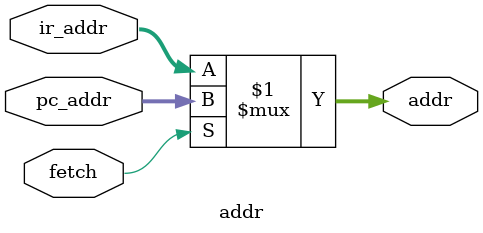
<source format=v>

module addr(
	addr,
	fetch,
	pc_addr,
	ir_addr
);

input [12:0] pc_addr, ir_addr;
input fetch;
output [12:0]addr;

assign addr=fetch?pc_addr:ir_addr;

endmodule
</source>
